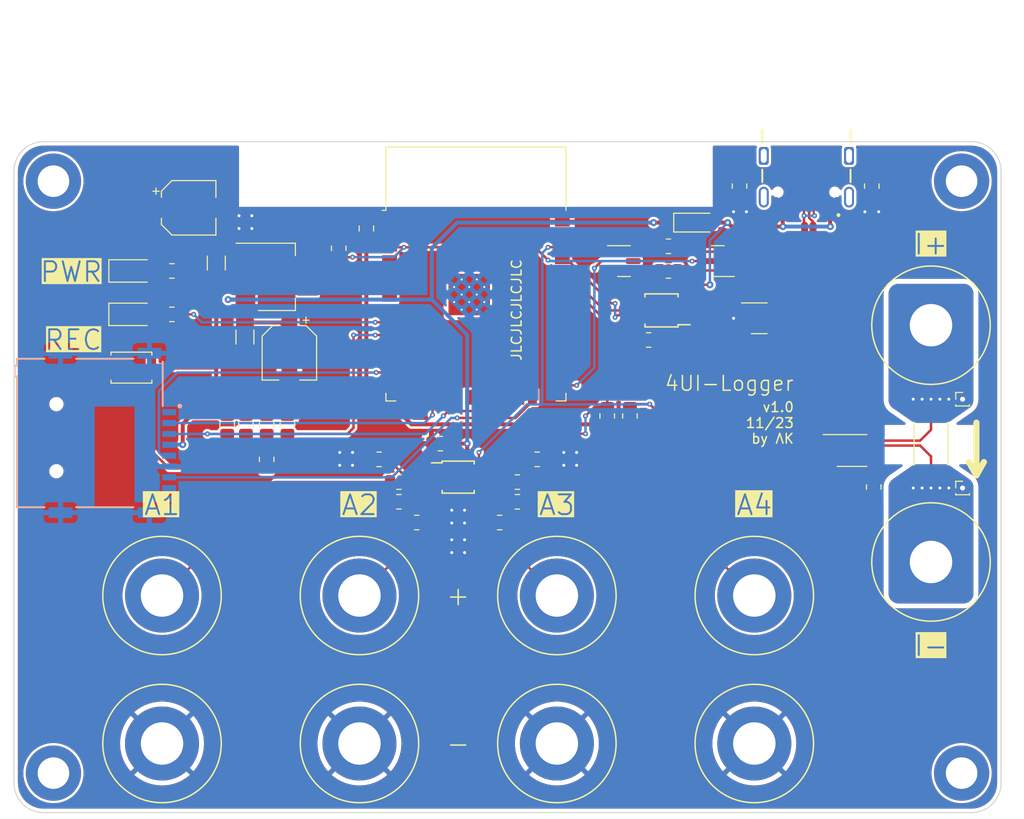
<source format=kicad_pcb>
(kicad_pcb (version 20221018) (generator pcbnew)
  (layers (0 "F.Cu" signal) (31 "B.Cu" signal) (34 "B.Paste" user) (35 "F.Paste" user) (36 "B.SilkS" user "B.Silkscreen") (37 "F.SilkS" user "F.Silkscreen") (38 "B.Mask" user) (39 "F.Mask" user) (44 "Edge.Cuts" user))
  (net 0 "")
  (net 1 "+3V3")
  (net 2 "GND")
  (net 3 "VDD")
  (net 4 "SDA")
  (net 5 "SCL")
  (net 6 "/VUSB")
  (net 7 "SCK")
  (net 8 "CS")
  (net 9 "D-")
  (net 10 "RX0")
  (net 11 "TX0")
  (net 12 "MOSI")
  (net 13 "MISO")
  (net 14 "Net-(AIN1-Pin_1)")
  (net 15 "Net-(AIN2-Pin_1)")
  (net 16 "Net-(AIN3-Pin_1)")
  (net 17 "AIN0")
  (net 18 "AIN1")
  (net 19 "AIN2")
  (net 20 "AIN3")
  (net 21 "Net-(AIN4-Pin_1)")
  (net 22 "/I+")
  (net 23 "/I-")
  (net 24 "EN")
  (net 27 "D+")
  (net 29 "Net-(Q1-B)")
  (net 30 "RTS")
  (net 31 "Net-(Q2-B)")
  (net 32 "DTR")
  (net 33 "ESP_IO0")
  (net 37 "BTTN")
  (net 38 "Net-(PWR1-A)")
  (net 39 "REC")
  (net 40 "Net-(WRITE1-A)")
  (net 41 "Net-(J2-SHELL_GND-PadSH1)")
  (net 43 "Net-(J2-CC2)")
  (net 44 "Net-(J2-CC1)")
  (net 46 "Net-(U3-V3)")
  (net 47 "Net-(R3-Pad1)")
  (net 71 "DP")
  (net 72 "DN")
  (footprint "Capacitor_SMD:CP_Elec_5x5.3" (layer "F.Cu") (at 70.3 73.4)
    (fp_text reference "C11" hide)
    (fp_text value "47uF")
  )
  (footprint "Resistor_SMD:R_0805_2012Metric" (layer "F.Cu") (at 91.6 103.2)
    (fp_text reference "R12" hide)
    (fp_text value "100k")
  )
  (footprint "MountingHole:MountingHole_3.2mm_M3_DIN965_Pad" (layer "F.Cu") (at 56.6 70.7)
    (fp_text reference "H1" hide)
    (fp_text value "M3_Pad")
  )
  (footprint "MountingHole:MountingHole_4.3mm_M4_DIN965_Pad" (layer "F.Cu") (at 107.6 127.7)
    (fp_text reference "GND3" hide)
    (fp_text value "Screw_Terminal_01x01")
  )
  (footprint "Resistor_SMD:R_0805_2012Metric" (layer "F.Cu") (at 116.9 86.8)
    (fp_text reference "C4" hide)
    (fp_text value "0.1u")
  )
  (footprint "Resistor_SMD:R_0805_2012Metric" (layer "F.Cu") (at 78.2 98.9 90)
    (fp_text reference "R3" hide)
    (fp_text value "1k")
  )
  (footprint "Package_TO_SOT_SMD:SOT-223-3_TabPin2" (layer "F.Cu") (at 79.2 80.4)
    (fp_text reference "U5" hide)
    (fp_text value "AMS1117")
  )
  (footprint "Package_TO_SOT_SMD:SOT-23-6" (layer "F.Cu") (at 128.1 84.6)
    (fp_text reference "U6" hide)
    (fp_text value "USBLC6-2SC6")
  )
  (footprint "MountingHole:MountingHole_4.3mm_M4_DIN965_Pad" (layer "F.Cu") (at 67.6 127.7)
    (fp_text reference "GND1" hide)
    (fp_text value "Screw_Terminal_01x01")
  )
  (footprint "MountingHole:MountingHole_4.3mm_M4_DIN965_Pad" (layer "F.Cu") (at 87.6 112.7)
    (fp_text reference "AIN2" hide)
    (fp_text value "Screw_Terminal_01x01")
  )
  (footprint "Capacitor_SMD:C_1206_3216Metric" (layer "F.Cu") (at 73.1 79 90)
    (fp_text reference "C10" hide)
    (fp_text value "1uF")
  )
  (footprint "Diode_SMD:Nexperia_CFP3_SOD-123W" (layer "F.Cu") (at 121.7 74.9)
    (fp_text reference "D1" hide)
    (fp_text value "D_Schottky")
  )
  (footprint "MountingHole:MountingHole_3.2mm_M3_DIN965_Pad" (layer "F.Cu") (at 148.6 130.7)
    (fp_text reference "H3" hide)
    (fp_text value "M3_Pad")
  )
  (footprint "Resistor_SMD:R_0805_2012Metric" (layer "F.Cu") (at 126.1 71.2 -90)
    (fp_text reference "R9" hide)
    (fp_text value "5.1k")
  )
  (footprint "MountingHole:MountingHole_4.3mm_M4_DIN965_Pad" (layer "F.Cu") (at 127.6 112.7)
    (fp_text reference "AIN4" hide)
    (fp_text value "Screw_Terminal_01x01")
  )
  (footprint "Resistor_SMD:R_0805_2012Metric" (layer "F.Cu") (at 78.2 95.4 -90)
    (fp_text reference "C5" hide)
    (fp_text value "0.1u")
  )
  (footprint "MountingHole:MountingHole_4.3mm_M4_DIN965_Pad" (layer "F.Cu") (at 107.6 112.7)
    (fp_text reference "AIN3" hide)
    (fp_text value "Screw_Terminal_01x01")
  )
  (footprint "Resistor_SMD:R_0805_2012Metric" (layer "F.Cu") (at 68.6 79.8 180)
    (fp_text reference "R2" hide)
    (fp_text value "10k")
  )
  (footprint "Resistor_SMD:R_0805_2012Metric" (layer "F.Cu") (at 76.1 95.4 -90)
    (fp_text reference "C7" hide)
    (fp_text value "0.1u")
  )
  (footprint "Resistor_SMD:R_0805_2012Metric" (layer "F.Cu") (at 95.8 97.3 180)
    (fp_text reference "C1" hide)
    (fp_text value "0.1u")
  )
  (footprint "USB4105-GF-A:GCT_USB4105-GF-A" (layer "F.Cu") (at 132.8775 68.1375 180)
    (fp_text reference "J2" hide)
    (fp_text value "USB4105-GF-A")
  )
  (footprint "MountingHole:MountingHole_4.3mm_M4_DIN965_Pad" (layer "F.Cu") (at 145.5 85.3)
    (fp_text reference "I+1" hide)
    (fp_text value "Screw_Terminal_01x01")
  )
  (footprint "Resistor_SMD:R_0805_2012Metric" (layer "F.Cu") (at 101.8 105.3 180)
    (fp_text reference "R18" hide)
    (fp_text value "11.1k")
  )
  (footprint "LED_SMD:LED_1206_3216Metric" (layer "F.Cu") (at 64.5 84.2)
    (fp_text reference "WRITE1" hide)
    (fp_text value "LED")
  )
  (footprint "MountingHole:MountingHole_3.2mm_M3_DIN965_Pad" (layer "F.Cu") (at 56.6 130.7)
    (fp_text reference "H4" hide)
    (fp_text value "M3_Pad")
  )
  (footprint "MountingHole:MountingHole_4.3mm_M4_DIN965_Pad" (layer "F.Cu") (at 145.5 109.3)
    (fp_text reference "I-1" hide)
    (fp_text value "Screw_Terminal_01x01")
  )
  (footprint "Resistor_SMD:R_0805_2012Metric" (layer "F.Cu") (at 80.3 95.4 -90)
    (fp_text reference "R6" hide)
    (fp_text value "1k")
  )
  (footprint "Capacitor_SMD:CP_Elec_5x5.3" (layer "F.Cu") (at 80.5 88.1 -90)
    (fp_text reference "C8" hide)
    (fp_text value "47uF")
  )
  (footprint "Resistor_SMD:R_2512_6332Metric" (layer "F.Cu") (at 145.5 97.3 -90)
    (fp_text reference "R1" hide)
    (fp_text value "0.02")
  )
  (footprint "RF_Module:ESP32-WROOM-32" (layer "F.Cu") (at 99.4 83.1)
    (fp_text reference "U4" hide)
    (fp_text value "ESP32-WROOM-32")
  )
  (footprint "Resistor_SMD:R_0805_2012Metric" (layer "F.Cu") (at 91.6 101.2)
    (fp_text reference "R10" hide)
    (fp_text value "100k")
  )
  (footprint "Package_SO:TSSOP-10_3x3mm_P0.5mm" (layer "F.Cu") (at 97.6 100.7)
    (fp_text reference "U2" hide)
    (fp_text value "ADS1115IDGS")
  )
  (footprint "Resistor_SMD:R_0805_2012Metric" (layer "F.Cu") (at 118.9 79.8)
    (fp_text reference "R4" hide)
    (fp_text value "10k")
  )
  (footprint "MountingHole:MountingHole_4.3mm_M4_DIN965_Pad" (layer "F.Cu") (at 127.6 127.7)
    (fp_text reference "GND4" hide)
    (fp_text value "Screw_Terminal_01x01")
  )
  (footprint "MountingHole:MountingHole_4.3mm_M4_DIN965_Pad" (layer "F.Cu") (at 67.6 112.7)
    (fp_text reference "AIN1" hide)
    (fp_text value "Screw_Terminal_01x01")
  )
  (footprint "Resistor_SMD:R_0805_2012Metric" (layer "F.Cu") (at 115 94.5 90)
    (fp_text reference "R15" hide)
    (fp_text value "4.7k")
  )
  (footprint "Resistor_SMD:R_0805_2012Metric" (layer "F.Cu") (at 103.6 103.2 180)
    (fp_text reference "R17" hide)
    (fp_text value "100k")
  )
  (footprint "Resistor_SMD:R_0805_2012Metric" (layer "F.Cu") (at 105.6 98.9)
    (fp_text reference "R20" hide)
    (fp_text value "11.1k")
  )
  (footprint "Resistor_SMD:R_0805_2012Metric" (layer "F.Cu") (at 139.5 71.2 -90)
    (fp_text reference "R8" hide)
    (fp_text value "5.1k")
  )
  (footprint "Capacitor_SMD:C_0805_2012Metric" (layer "F.Cu") (at 88.3 75.5 90)
    (fp_text reference "C2" hide)
    (fp_text value "1uF")
  )
  (footprint "Resistor_SMD:R_0805_2012Metric" (layer "F.Cu") (at 103.6 101.2 180)
    (fp_text reference "R19" hide)
    (fp_text value "100k")
  )
  (footprint "Package_TO_SOT_SMD:SOT-23" (layer "F.Cu") (at 114.4 78.8)
    (fp_text reference "Q2" hide)
    (fp_text value "BC817")
  )
  (footprint "Resistor_SMD:R_0805_2012Metric" (layer "F.Cu") (at 118.9 77.3 180)
    (fp_text reference "R7" hide)
    (fp_text value "10k")
  )
  (footprint "Resistor_SMD:R_0805_2012Metric" (layer "F.Cu") (at 68.6 84.2 180)
    (fp_text reference "R5" hide)
    (fp_text value "10k")
  )
  (footprint "LED_SMD:LED_1206_3216Metric" (layer "F.Cu") (at 64.5 79.8)
    (fp_text reference "PWR1" hide)
    (fp_text value "LED")
  )
  (footprint "Resistor_SMD:R_0805_2012Metric" (layer "F.Cu") (at 74.2 95.4 -90)
    (fp_text reference "R16" hide)
    (fp_text value "10k")
  )
  (footprint "Button_Switch_SMD:SW_Push_SPST_NO_Alps_SKRK" (layer "F.Cu") (at 64.5 89.6)
    (fp_text reference "RST1" hide)
    (fp_text value "SW_Push")
  )
  (footprint "Capacitor_SMD:C_1206_3216Metric" (layer "F.Cu") (at 76 86.5 -90)
    (fp_text reference "C9" hide)
    (fp_text value "1uF")
  )
  (footprint "Package_SO:VSSOP-10_3x3mm_P0.5mm" (layer "F.Cu") (at 137.5 98)
    (fp_text reference "U1" hide)
    (fp_text value "~")
  )
  (footprint "Resistor_SMD:R_0805_2012Metric" (layer "F.Cu") (at 93.4 105.3)
    (fp_text reference "R13" hide)
    (fp_text value "11.1k")
  )
  (footprint "Resistor_SMD:R_0805_2012Metric" (layer "F.Cu") (at 139.7 101.7 -90)
    (fp_text reference "C3" hide)
    (fp_text value "0.1u")
  )
  (footprint "Connector_PinHeader_1.00mm:PinHeader_1x01_P1.00mm_Vertical" (layer "F.Cu") (at 148.7 92.8)
    (fp_text reference "J3" hide)
    (fp_text value "Conn_01x01_Pin")
  )
  (footprint "Package_TO_SOT_SMD:SOT-23" (layer "F.Cu") (at 123.9 78.8 180)
    (fp_text reference "Q1" hide)
    (fp_text value "BC817")
  )
  (footprint "Connector_PinHeader_1.00mm:PinHeader_1x01_P1.00mm_Vertical" (layer "F.Cu") (at 148.7 101.8)
    (fp_text reference "J4" hide)
    (fp_text value "Conn_01x01_Pin")
  )
  (footprint "Resistor_SMD:R_0805_2012Metric" (layer "F.Cu") (at 85.5 77.5 90)
    (fp_text reference "C6" hide)
    (fp_text value "0.1u")
  )
  (footprint "Resistor_SMD:R_0805_2012Metric" (layer "F.Cu") (at 112.7 94.5 90)
    (fp_text reference "R14" hide)
    (fp_text value "4.7k")
  )
  (footprint "Resistor_SMD:R_0805_2012Metric" (layer "F.Cu") (at 89.6 98.9 180)
    (fp_text reference "R11" hide)
    (fp_text value "11.1k")
  )
  (footprint "Package_SO:MSOP-10_3x3mm_P0.5mm" (layer "F.Cu") (at 118.2 83.8 180)
    (fp_text reference "U3" hide)
    (fp_text value "CH340X")
  )
  (footprint "MountingHole:MountingHole_3.2mm_M3_DIN965_Pad" (layer "F.Cu") (at 148.6 70.7)
    (fp_text reference "H2" hide)
    (fp_text value "M3_Pad")
  )
  (footprint "MountingHole:MountingHole_4.3mm_M4_DIN965_Pad" (layer "F.Cu") (at 87.6 127.7)
    (fp_text reference "GND2" hide)
    (fp_text value "Screw_Terminal_01x01")
  )
  (footprint "MEM2075_00_140_01_A:GCT_MEM2075-00-140-01-A" (layer "B.Cu") (at 56.9 96.7 90)
    (fp_text reference "J1" hide)
    (fp_text value "MEM2075-00-140-01-A")
  )
  (gr_circle (center 87.6 127.7) (end 93.6 127.7) (stroke (width 0.15)) (fill none) (layer "F.SilkS"))
  (gr_circle (center 67.6 127.7) (end 73.6 127.7) (stroke (width 0.15)) (fill none) (layer "F.SilkS"))
  (gr_circle (center 145.5 85.3) (end 151.5 85.3) (stroke (width 0.15)) (fill none) (layer "F.SilkS"))
  (gr_circle (center 145.5 109.3) (end 151.5 109.3) (stroke (width 0.15)) (fill none) (layer "F.SilkS"))
  (gr_circle (center 87.6 112.7) (end 93.6 112.7) (stroke (width 0.15)) (fill none) (layer "F.SilkS"))
  (gr_circle (center 107.6 127.7) (end 113.6 127.7) (stroke (width 0.15)) (fill none) (layer "F.SilkS"))
  (gr_circle (center 127.6 127.7) (end 133.6 127.7) (stroke (width 0.15)) (fill none) (layer "F.SilkS"))
  (gr_circle (center 107.6 112.7) (end 113.6 112.7) (stroke (width 0.15)) (fill none) (layer "F.SilkS"))
  (gr_circle (center 127.6 112.7) (end 133.6 112.7) (stroke (width 0.15)) (fill none) (layer "F.SilkS"))
  (gr_circle (center 67.6 112.7) (end 73.6 112.7) (stroke (width 0.15)) (fill none) (layer "F.SilkS"))
  (gr_line (start 152.6 69.7) (end 152.6 131.7) (stroke (width 0.1)) (layer "Edge.Cuts"))
  (gr_line (start 55.6 66.7) (end 149.6 66.7) (stroke (width 0.1)) (layer "Edge.Cuts"))
  (gr_arc (start 52.6 69.7) (mid 53.47868 67.57868) (end 55.6 66.7) (stroke (width 0.1)) (layer "Edge.Cuts"))
  (gr_arc (start 149.6 66.7) (mid 151.72132 67.57868) (end 152.6 69.7) (stroke (width 0.1)) (layer "Edge.Cuts"))
  (gr_line (start 52.6 131.7) (end 52.6 69.7) (stroke (width 0.1)) (layer "Edge.Cuts"))
  (gr_arc (start 55.6 134.7) (mid 53.47868 133.82132) (end 52.6 131.7) (stroke (width 0.1)) (layer "Edge.Cuts"))
  (gr_line (start 149.6 134.7) (end 55.6 134.7) (stroke (width 0.1)) (layer "Edge.Cuts"))
  (gr_arc (start 152.6 131.7) (mid 151.72132 133.82132) (end 149.6 134.7) (stroke (width 0.1)) (layer "Edge.Cuts"))
  (gr_text "REC\n" (at 58.6 86.8) (layer "F.SilkS" knockout) (effects (font (size 2 2) (thickness 0.2))))
  (gr_text "v1.0\n11/23" (at 131.7 94.41) (layer "F.SilkS") (effects (font (size 1 1)) (justify right)))
  (gr_text "↓" (at 147.21 97.3) (layer "F.SilkS") (effects (font (size 7 4) (thickness 0.625)) (justify left)))
  (gr_text "by ΛΚ" (at 131.7 96.8) (layer "F.SilkS") (effects (font (size 1 1)) (justify right)))
  (gr_text "A3\n" (at 107.6 104.7) (layer "F.SilkS" knockout) (effects (font (size 2 2) (thickness 0.2)) (justify bottom)))
  (gr_text "A1" (at 67.6 104.7) (layer "F.SilkS" knockout) (effects (font (size 2 2) (thickness 0.2)) (justify bottom)))
  (gr_text "+" (at 97.6 112.7) (layer "F.SilkS") (effects (font (size 2 2))))
  (gr_text "A4\n" (at 127.6 104.7) (layer "F.SilkS" knockout) (effects (font (size 2 2) (thickness 0.2)) (justify bottom)))
  (gr_text "I-\n\n" (at 145.5 122.2) (layer "F.SilkS" knockout) (effects (font (size 2 2) (thickness 0.2)) (justify bottom)))
  (gr_text "4UI-Logger" (at 131.7 91.2) (layer "F.SilkS") (effects (font (size 1.5 1.5)) (justify right)))
  (gr_text "PWR\n" (at 58.4 79.9) (layer "F.SilkS" knockout) (effects (font (size 2 2) (thickness 0.2))))
  (gr_text "A2" (at 87.6 104.7) (layer "F.SilkS" knockout) (effects (font (size 2 2) (thickness 0.2)) (justify bottom)))
  (gr_text "I+\n\n" (at 145.5 81.5) (layer "F.SilkS" knockout) (effects (font (size 2 2) (thickness 0.2)) (justify bottom)))
  (gr_text "-\n" (at 97.6 127.7) (layer "F.SilkS") (effects (font (size 2 2))))
  (gr_text "JLCJLCJLCJLC" (at 104.1 89 90) (layer "F.SilkS") (effects (font (size 1 1)) (justify left bottom)))
  (segment (start 74.2 94.4875) (end 73.1 94.4875) (width 0.4) (layer "F.Cu") (net 1))
  (segment (start 69.7 95.3) (end 69.7 97.4) (width 0.4) (layer "F.Cu") (net 1))
  (segment (start 92.874314 95.35) (end 116.85 95.35) (width 0.4) (layer "F.Cu") (net 1))
  (segment (start 73.1 80.475) (end 73.1 86.1875) (width 0.4) (layer "F.Cu") (net 1))
  (segment (start 116.85 95.35) (end 122.2875 100.7875) (width 0.4) (layer "F.Cu") (net 1))
  (segment (start 74.2 94.4875) (end 76.1 94.4875) (width 0.4) (layer "F.Cu") (net 1))
  (segment (start 69.5125 79.8) (end 72.425 79.8) (width 0.4) (layer "F.Cu") (net 1))
  (segment (start 73.175 80.4) (end 73.1 80.475) (width 0.4) (layer "F.Cu") (net 1))
  (segment (start 78.2 94.4875) (end 76.1 94.4875) (width 0.4) (layer "F.Cu") (net 1))
  (segment (start 73.0875 89) (end 73.0875 89.6) (width 0.4) (layer "F.Cu") (net 1))
  (segment (start 66.6 89.6) (end 73.0875 89.6) (width 0.4) (layer "F.Cu") (net 1))
  (segment (start 73.0875 89.6) (end 73.0875 94.475) (width 0.4) (layer "F.Cu") (net 1))
  (segment (start 90.32 76.45) (end 90.65 76.12) (width 0.4) (layer "F.Cu") (net 1))
  (segment (start 72.425 79.8) (end 73.1 80.475) (width 0.4) (layer "F.Cu") (net 1))
  (segment (start 122.2875 100.7875) (end 139.7 100.7875) (width 0.4) (layer "F.Cu") (net 1))
  (segment (start 73.7875 94.7) (end 73.8 94.6875) (width 0.4) (layer "F.Cu") (net 1))
  (segment (start 88.3 76.45) (end 90.32 76.45) (width 0.4) (layer "F.Cu") (net 1))
  (segment (start 88.3 80.4) (end 88.3 90.775686) (width 0.4) (layer "F.Cu") (net 1))
  (segment (start 76.05 80.4) (end 82.35 80.4) (width 0.4) (layer "F.Cu") (net 1))
  (segment (start 73.1 86.1875) (end 73.0875 86.2) (width 0.4) (layer "F.Cu") (net 1))
  (segment (start 139.7 100.7875) (end 139.7 99.05) (width 0.4) (layer "F.Cu") (net 1))
  (segment (start 73.0875 94.475) (end 73.1 94.4875) (width 0.4) (layer "F.Cu") (net 1))
  (segment (start 69.5125 79.8) (end 69.5125 74.8125) (width 0.4) (layer "F.Cu") (net 1))
  (segment (start 73.1 94.4875) (end 70.5125 94.4875) (width 0.4) (layer "F.Cu") (net 1))
  (segment (start 82.35 80.4) (end 88.3 80.4) (width 0.4) (layer "F.Cu") (net 1))
  (segment (start 73.0875 86.2) (end 73.0875 89) (width 0.4) (layer "F.Cu") (net 1))
  (segment (start 88.3 90.775686) (end 92.874314 95.35) (width 0.4) (layer "F.Cu") (net 1))
  (segment (start 69.5125 74.8125) (end 68.1 73.4) (width 0.4) (layer "F.Cu") (net 1))
  (segment (start 88.3 76.45) (end 88.3 80.4) (width 0.4) (layer "F.Cu") (net 1))
  (segment (start 76.05 80.4) (end 73.175 80.4) (width 0.4) (layer "F.Cu") (net 1))
  (segment (start 70.5125 94.4875) (end 69.7 95.3) (width 0.4) (layer "F.Cu") (net 1))
  (via (at 69.7 97.4) (size 0.7) (drill 0.3) (layers "F.Cu" "B.Cu") (net 1))
  (segment (start 68.34 97.4) (end 68.32 97.42) (width 0.4) (layer "B.Cu") (net 1))
  (segment (start 69.7 97.4) (end 68.34 97.4) (width 0.4) (layer "B.Cu") (net 1))
  (segment (start 136.9 97.5) (end 137.9 98.5) (width 0.25) (layer "F.Cu") (net 2))
  (segment (start 126.9625 84.6) (end 125.5 84.6) (width 0.4) (layer "F.Cu") (net 2))
  (segment (start 117.8125 84.7875) (end 117.8125 86.8) (width 0.25) (layer "F.Cu") (net 2))
  (segment (start 120.4 83.8) (end 118.8 83.8) (width 0.25) (layer "F.Cu") (net 2))
  (segment (start 94.75 100.7) (end 95.45 100.7) (width 0.25) (layer "F.Cu") (net 2))
  (segment (start 135.3 97.5) (end 136.9 97.5) (width 0.25) (layer "F.Cu") (net 2))
  (segment (start 137.9 98.5) (end 139.7 98.5) (width 0.25) (layer "F.Cu") (net 2))
  (segment (start 118.8 83.8) (end 117.8125 84.7875) (width 0.25) (layer "F.Cu") (net 2))
  (segment (start 94.8875 97.3) (end 94.575 97.6125) (width 0.25) (layer "F.Cu") (net 2))
  (via (at 108.3 99.5) (size 0.7) (drill 0.3) (layers "F.Cu" "B.Cu") (net 2))
  (via (at 76.7 75.5) (size 0.7) (drill 0.3) (layers "F.Cu" "B.Cu") (net 2))
  (via locked (at 98.25 104.05) (size 0.7) (drill 0.3) (layers "F.Cu" "B.Cu") (net 2))
  (via (at 86.9 99.5) (size 0.7) (drill 0.3) (layers "F.Cu" "B.Cu") (net 2))
  (via locked (at 96.95 104.05) (size 0.7) (drill 0.3) (layers "F.Cu" "B.Cu") (net 2))
  (via (at 96.95 107.05) (size 0.7) (drill 0.3) (layers "F.Cu" "B.Cu") (net 2))
  (via (at 76.7 74.2) (size 0.7) (drill 0.3) (layers "F.Cu" "B.Cu") (net 2))
  (via (at 75.4 75.5) (size 0.7) (drill 0.3) (layers "F.Cu" "B.Cu") (net 2))
  (via (at 109.6 99.5) (size 0.7) (drill 0.3) (layers "F.Cu" "B.Cu") (net 2))
  (via (at 125.5 84.6) (size 0.7) (drill 0.3) (layers "F.Cu" "B.Cu") (net 2))
  (via (at 98.25 108.35) (size 0.7) (drill 0.3) (layers "F.Cu" "B.Cu") (net 2))
  (via (at 109.6 98.2) (size 0.7) (drill 0.3) (layers "F.Cu" "B.Cu") (net 2))
  (via (at 126.8 73.8) (size 0.7) (drill 0.3) (layers "F.Cu" "B.Cu") (net 2))
  (via (at 140.2 73.8) (size 0.7) (drill 0.3) (layers "F.Cu" "B.Cu") (net 2))
  (via (at 108.3 98.2) (size 0.7) (drill 0.3) (layers "F.Cu" "B.Cu") (net 2))
  (via (at 96.95 108.35) (size 0.7) (drill 0.3) (layers "F.Cu" "B.Cu") (net 2))
  (via locked (at 98.25 105.35) (size 0.7) (drill 0.3) (layers "F.Cu" "B.Cu") (net 2))
  (via (at 98.25 107.05) (size 0.7) (drill 0.3) (layers "F.Cu" "B.Cu") (net 2))
  (via (at 138.8 73.8) (size 0.7) (drill 0.3) (layers "F.Cu" "B.Cu") (net 2))
  (via (at 125.5 73.8) (size 0.7) (drill 0.3) (layers "F.Cu" "B.Cu") (net 2))
  (via (at 86.9 98.2) (size 0.7) (drill 0.3) (layers "F.Cu" "B.Cu") (net 2))
  (via (at 75.4 74.2) (size 0.7) (drill 0.3) (layers "F.Cu" "B.Cu") (net 2))
  (via (at 85.6 98.2) (size 0.7) (drill 0.3) (layers "F.Cu" "B.Cu") (net 2))
  (via locked (at 96.95 105.35) (size 0.7) (drill 0.3) (layers "F.Cu" "B.Cu") (net 2))
  (via (at 85.6 99.5) (size 0.7) (drill 0.3) (layers "F.Cu" "B.Cu") (net 2))
  (segment (start 74.3 82.7) (end 76.05 82.7) (width 0.4) (layer "F.Cu") (net 3))
  (segment (start 76.05 82.7) (end 76.05 84.975) (width 0.4) (layer "F.Cu") (net 3))
  (segment (start 98.5125 97.3) (end 98.5125 100.5125) (width 0.4) (layer "F.Cu") (net 3))
  (segment (start 76.05 84.975) (end 76 85.025) (width 0.4) (layer "F.Cu") (net 3))
  (segment (start 76.125 82.775) (end 76.05 82.7) (width 0.4) (layer "F.Cu") (net 3))
  (segment (start 98.5125 100.5125) (end 98.7 100.7) (width 0.4) (layer "F.Cu") (net 3))
  (segment (start 76 85.025) (end 79.625 85.025) (width 0.4) (layer "F.Cu") (net 3))
  (segment (start 98.5125 97.3) (end 96.7125 97.3) (width 0.4) (layer "F.Cu") (net 3))
  (segment (start 99.75 100.7) (end 98.7 100.7) (width 0.25) (layer "F.Cu") (net 3))
  (segment (start 120.3 74.9) (end 117.4 74.9) (width 0.4) (layer "F.Cu") (net 3))
  (segment (start 79.625 85.025) (end 80.5 85.9) (width 0.4) (layer "F.Cu") (net 3))
  (via (at 98.5125 97.3) (size 0.7) (drill 0.3) (layers "F.Cu" "B.Cu") (net 3))
  (via (at 74.3 82.7) (size 0.7) (drill 0.3) (layers "F.Cu" "B.Cu") (net 3))
  (via (at 117.4 74.9) (size 0.7) (drill 0.3) (layers "F.Cu" "B.Cu") (net 3))
  (segment (start 97.5 74.9) (end 94.934164 77.465836) (width 0.4) (layer "B.Cu") (net 3))
  (segment (start 98.5125 97.3) (end 98.5125 86.278336) (width 0.4) (layer "B.Cu") (net 3))
  (segment (start 94.934164 77.465836) (end 94.934164 82.7) (width 0.4) (layer "B.Cu") (net 3))
  (segment (start 98.5125 86.278336) (end 94.934164 82.7) (width 0.4) (layer "B.Cu") (net 3))
  (segment (start 117.4 74.9) (end 97.5 74.9) (width 0.4) (layer "B.Cu") (net 3))
  (segment (start 94.934164 82.7) (end 74.3 82.7) (width 0.4) (layer "B.Cu") (net 3))
  (segment (start 100.38462 100.2) (end 99.75 100.2) (width 0.25) (layer "F.Cu") (net 4))
  (segment (start 104.28462 96.3) (end 100.38462 100.2) (width 0.25) (layer "F.Cu") (net 4))
  (segment (start 112.7 92.6) (end 112.7 85) (width 0.25) (layer "F.Cu") (net 4))
  (segment (start 135.3 98.5) (end 123.1 98.5) (width 0.25) (layer "F.Cu") (net 4))
  (segment (start 112.7 85) (end 108.9 81.2) (width 0.25) (layer "F.Cu") (net 4))
  (segment (start 110.5 96.3) (end 104.28462 96.3) (width 0.25) (layer "F.Cu") (net 4))
  (segment (start 111.4125 93.5875) (end 110.5 94.5) (width 0.25) (layer "F.Cu") (net 4))
  (segment (start 123.1 98.5) (end 117.2 92.6) (width 0.25) (layer "F.Cu") (net 4))
  (segment (start 112.7 93.5875) (end 111.4125 93.5875) (width 0.25) (layer "F.Cu") (net 4))
  (segment (start 108.9 81.2) (end 108.15 81.2) (width 0.25) (layer "F.Cu") (net 4))
  (segment (start 117.2 92.6) (end 112.7 92.6) (width 0.25) (layer "F.Cu") (net 4))
  (segment (start 112.7 93.5875) (end 112.7 92.6) (width 0.25) (layer "F.Cu") (net 4))
  (via (at 110.5 96.3) (size 0.5) (drill 0.2) (layers "F.Cu" "B.Cu") (net 4))
  (via (at 110.5 94.5) (size 0.5) (drill 0.2) (layers "F.Cu" "B.Cu") (net 4))
  (segment (start 110.5 94.5) (end 110.5 96.3) (width 0.25) (layer "B.Cu") (net 4))
  (segment (start 106.71 77.39) (end 106.7 77.4) (width 0.25) (layer "F.Cu") (net 5))
  (segment (start 117 93.3) (end 115.2875 93.3) (width 0.25) (layer "F.Cu") (net 5))
  (segment (start 122.7 99) (end 135.3 99) (width 0.25) (layer "F.Cu") (net 5))
  (segment (start 99.7 98.2) (end 99.7 99.65) (width 0.25) (layer "F.Cu") (net 5))
  (segment (start 115.2875 93.3) (end 115 93.5875) (width 0.25) (layer "F.Cu") (net 5))
  (segment (start 99.7 99.65) (end 99.75 99.7) (width 0.25) (layer "F.Cu") (net 5))
  (segment (start 117 93.3) (end 122.7 99) (width 0.25) (layer "F.Cu") (net 5))
  (segment (start 108.15 77.39) (end 106.71 77.39) (width 0.25) (layer "F.Cu") (net 5))
  (via (at 99.7 98.2) (size 0.5) (drill 0.2) (layers "F.Cu" "B.Cu") (net 5))
  (via (at 106.7 77.4) (size 0.5) (drill 0.2) (layers "F.Cu" "B.Cu") (net 5))
  (via (at 117 93.3) (size 0.5) (drill 0.2) (layers "F.Cu" "B.Cu") (net 5))
  (segment (start 106 93.3245) (end 104.5755 93.3245) (width 0.25) (layer "B.Cu") (net 5))
  (segment (start 104.5755 93.3245) (end 99.7 98.2) (width 0.25) (layer "B.Cu") (net 5))
  (segment (start 106.125 77.975) (end 106.125 93.3245) (width 0.25) (layer "B.Cu") (net 5))
  (segment (start 117 93.3) (end 116.9755 93.3245) (width 0.25) (layer "B.Cu") (net 5))
  (segment (start 116.9755 93.3245) (end 106 93.3245) (width 0.25) (layer "B.Cu") (net 5))
  (segment (start 106.125 93.3245) (end 106 93.3245) (width 0.25) (layer "B.Cu") (net 5))
  (segment (start 106.7 77.4) (end 106.125 77.975) (width 0.25) (layer "B.Cu") (net 5))
  (segment (start 129.2375 84.6) (end 128.575 84.6) (width 0.4) (layer "F.Cu") (net 6))
  (segment (start 130.5 75.3) (end 128.1 75.3) (width 0.4) (layer "F.Cu") (net 6))
  (segment (start 130.4775 72.8925) (end 130.4775 75.2775) (width 0.4) (layer "F.Cu") (net 6))
  (segment (start 125.3 75.3) (end 124.9 74.9) (width 0.4) (layer "F.Cu") (net 6))
  (segment (start 116.80962 83.3) (end 118.90962 81.2) (width 0.25) (layer "F.Cu") (net 6))
  (segment (start 116 83.3) (end 116.80962 83.3) (width 0.25) (layer "F.Cu") (net 6))
  (segment (start 128.1 84.125) (end 128.1 75.3) (width 0.4) (layer "F.Cu") (net 6))
  (segment (start 135.2775 75.2775) (end 135.2775 72.8925) (width 0.4) (layer "F.Cu") (net 6))
  (segment (start 135.3 75.3) (end 135.2775 75.2775) (width 0.4) (layer "F.Cu") (net 6))
  (segment (start 128.1 75.3) (end 125.3 75.3) (width 0.4) (layer "F.Cu") (net 6))
  (segment (start 128.575 84.6) (end 128.1 84.125) (width 0.4) (layer "F.Cu") (net 6))
  (segment (start 130.4775 75.2775) (end 130.5 75.3) (width 0.4) (layer "F.Cu") (net 6))
  (segment (start 124.9 74.9) (end 123.1 74.9) (width 0.4) (layer "F.Cu") (net 6))
  (segment (start 118.90962 81.2) (end 123.1 81.2) (width 0.25) (layer "F.Cu") (net 6))
  (via (at 124.9 74.9) (size 0.7) (drill 0.3) (layers "F.Cu" "B.Cu") (net 6))
  (via (at 135.3 75.3) (size 0.7) (drill 0.3) (layers "F.Cu" "B.Cu") (net 6))
  (via (at 130.5 75.3) (size 0.7) (drill 0.3) (layers "F.Cu" "B.Cu") (net 6))
  (via (at 123.1 81.2) (size 0.7) (drill 0.3) (layers "F.Cu" "B.Cu") (net 6))
  (segment (start 135.3 75.3) (end 130.5 75.3) (width 0.4) (layer "B.Cu") (net 6))
  (segment (start 123.1 81.2) (end 123.1 76.7) (width 0.25) (layer "B.Cu") (net 6))
  (segment (start 123.1 76.7) (end 124.9 74.9) (width 0.25) (layer "B.Cu") (net 6))
  (segment (start 89.31 90.09) (end 89.3 90.1) (width 0.25) (layer "F.Cu") (net 7))
  (segment (start 90.65 90.09) (end 89.31 90.09) (width 0.25) (layer "F.Cu") (net 7))
  (via (at 89.3 90.1) (size 0.5) (drill 0.2) (layers "F.Cu" "B.Cu") (net 7))
  (segment (start 89.3 90.1) (end 69.15 90.1) (width 0.25) (layer "B.Cu") (net 7))
  (segment (start 69.15 90.1) (end 67.295 91.955) (width 0.25) (layer "B.Cu") (net 7))
  (segment (start 67.295 98.195) (end 67.62 98.52) (width 0.25) (layer "B.Cu") (net 7))
  (segment (start 67.62 98.52) (end 68.32 98.52) (width 0.25) (layer "B.Cu") (net 7))
  (segment (start 67.295 91.955) (end 67.295 98.195) (width 0.25) (layer "B.Cu") (net 7))
  (segment (start 95 94.4) (end 95 92.65) (width 0.25) (layer "F.Cu") (net 8))
  (segment (start 95 92.65) (end 94.96 92.61) (width 0.25) (layer "F.Cu") (net 8))
  (via (at 95 94.4) (size 0.5) (drill 0.2) (layers "F.Cu" "B.Cu") (net 8))
  (segment (start 94.18 95.22) (end 95 94.4) (width 0.25) (layer "B.Cu") (net 8))
  (segment (start 68.32 95.22) (end 94.18 95.22) (width 0.25) (layer "B.Cu") (net 8))
  (segment (start 123.354594 84.3) (end 121.9 84.3) (width 0.7) (layer "F.Cu") (net 9))
  (segment (start 124.004594 83.65) (end 123.354594 84.3) (width 0.7) (layer "F.Cu") (net 9))
  (segment (start 126.9625 83.65) (end 124.004594 83.65) (width 0.7) (layer "F.Cu") (net 9))
  (segment (start 120.4 84.3) (end 121.9 84.3) (width 0.25) (layer "F.Cu") (net 9))
  (segment (start 116 83.8) (end 112.40962 83.8) (width 0.25) (layer "F.Cu") (net 10))
  (segment (start 112.40962 83.8) (end 108.53962 79.93) (width 0.25) (layer "F.Cu") (net 10))
  (segment (start 108.53962 79.93) (end 108.15 79.93) (width 0.25) (layer "F.Cu") (net 10))
  (segment (start 113.5 83.0755) (end 113.0955 83.0755) (width 0.25) (layer "F.Cu") (net 11))
  (segment (start 113.0955 83.0755) (end 108.68 78.66) (width 0.25) (layer "F.Cu") (net 11))
  (segment (start 113.7245 84.3) (end 116 84.3) (width 0.25) (layer "F.Cu") (net 11))
  (segment (start 108.68 78.66) (end 108.15 78.66) (width 0.25) (layer "F.Cu") (net 11))
  (segment (start 113.5 84.5245) (end 113.7245 84.3) (width 0.25) (layer "F.Cu") (net 11))
  (via (at 113.5 84.5) (size 0.5) (drill 0.2) (layers "F.Cu" "B.Cu") (net 11))
  (via (at 113.5 83.1) (size 0.5) (drill 0.2) (layers "F.Cu" "B.Cu") (net 11))
  (segment (start 113.5 84.5) (end 113.5 83.1) (width 0.25) (layer "B.Cu") (net 11))
  (segment (start 113.5 83.1) (end 113.5 83.0755) (width 0.25) (layer "B.Cu") (net 11))
  (segment (start 113.5 84.5245) (end 113.5 84.5) (width 0.25) (layer "B.Cu") (net 11))
  (segment (start 103.85 93.36) (end 103.85 92.61) (width 0.25) (layer "F.Cu") (net 12))
  (segment (start 73.8925 96.32) (end 73.9 96.3125) (width 0.25) (layer "F.Cu") (net 12))
  (segment (start 96.6 94) (end 103.21 94) (width 0.25) (layer "F.Cu") (net 12))
  (segment (start 72.2 96.32) (end 73.8925 96.32) (width 0.25) (layer "F.Cu") (net 12))
  (segment (start 96.1 94.5) (end 96.6 94) (width 0.25) (layer "F.Cu") (net 12))
  (segment (start 103.21 94) (end 103.85 93.36) (width 0.25) (layer "F.Cu") (net 12))
  (via (at 96.1 94.5) (size 0.5) (drill 0.2) (layers "F.Cu" "B.Cu") (net 12))
  (via (at 72.2 96.32) (size 0.5) (drill 0.2) (layers "F.Cu" "B.Cu") (net 12))
  (segment (start 77.2 96.32) (end 72.2 96.32) (width 0.25) (layer "B.Cu") (net 12))
  (segment (start 94.28 96.32) (end 77.2 96.32) (width 0.25) (layer "B.Cu") (net 12))
  (segment (start 96.1 94.5) (end 94.28 96.32) (width 0.25) (layer "B.Cu") (net 12))
  (segment (start 71 96.32) (end 68.32 96.32) (width 0.25) (layer "B.Cu") (net 12))
  (segment (start 72.2 96.32) (end 71 96.32) (width 0.25) (layer "B.Cu") (net 12))
  (segment (start 103.41962 94.7) (end 105.12 92.99962) (width 0.25) (layer "F.Cu") (net 13))
  (segment (start 97.5 94.7) (end 103.41962 94.7) (width 0.25) (layer "F.Cu") (net 13))
  (segment (start 105.12 92.99962) (end 105.12 92.61) (width 0.25) (layer "F.Cu") (net 13))
  (via (at 97.5 94.7) (size 0.5) (drill 0.2) (layers "F.Cu" "B.Cu") (net 13))
  (segment (start 97.5 94.7) (end 96.9 94.7) (width 0.25) (layer "B.Cu") (net 13))
  (segment (start 90.88 100.72) (end 68.32 100.72) (width 0.25) (layer "B.Cu") (net 13))
  (segment (start 96.9 94.7) (end 90.88 100.72) (width 0.25) (layer "B.Cu") (net 13))
  (segment (start 90.6875 101.2) (end 79.1 101.2) (width 0.25) (layer "F.Cu") (net 14))
  (segment (start 79.1 101.2) (end 67.6 112.7) (width 0.25) (layer "F.Cu") (net 14))
  (segment (start 90.6875 109.6125) (end 90.6875 103.2) (width 0.25) (layer "F.Cu") (net 15))
  (segment (start 87.6 112.7) (end 90.6875 109.6125) (width 0.25) (layer "F.Cu") (net 15))
  (segment (start 104.5125 109.6125) (end 107.6 112.7) (width 0.25) (layer "F.Cu") (net 16))
  (segment (start 104.5125 103.2) (end 104.5125 109.6125) (width 0.25) (layer "F.Cu") (net 16))
  (segment (start 95.45 101.2) (end 92.5125 101.2) (width 0.25) (layer "F.Cu") (net 17))
  (segment (start 92.5125 100.9) (end 90.5125 98.9) (width 0.25) (layer "F.Cu") (net 17))
  (segment (start 92.5125 101.2) (end 92.5125 100.9) (width 0.25) (layer "F.Cu") (net 17))
  (segment (start 95.45 101.7) (end 94.0125 101.7) (width 0.25) (layer "F.Cu") (net 18))
  (segment (start 92.4875 103.225) (end 92.5125 103.2) (width 0.25) (layer "F.Cu") (net 18))
  (segment (start 92.4875 105.3) (end 92.4875 103.225) (width 0.25) (layer "F.Cu") (net 18))
  (segment (start 94.0125 101.7) (end 92.5125 103.2) (width 0.25) (layer "F.Cu") (net 18))
  (segment (start 99.75 101.7) (end 101.1875 101.7) (width 0.25) (layer "F.Cu") (net 19))
  (segment (start 102.6875 105.275) (end 102.7125 105.3) (width 0.25) (layer "F.Cu") (net 19))
  (segment (start 102.6875 103.2) (end 102.6875 105.275) (width 0.25) (layer "F.Cu") (net 19))
  (segment (start 101.1875 101.7) (end 102.6875 103.2) (width 0.25) (layer "F.Cu") (net 19))
  (segment (start 102.6875 101.2) (end 102.6875 100.9) (width 0.25) (layer "F.Cu") (net 20))
  (segment (start 99.75 101.2) (end 102.6875 101.2) (width 0.25) (layer "F.Cu") (net 20))
  (segment (start 102.6875 100.9) (end 104.6875 98.9) (width 0.25) (layer "F.Cu") (net 20))
  (segment (start 104.5125 101.2) (end 116.1 101.2) (width 0.25) (layer "F.Cu") (net 21))
  (segment (start 116.1 101.2) (end 127.6 112.7) (width 0.25) (layer "F.Cu") (net 21))
  (segment (start 139.7 98) (end 138.909314 98) (width 0.25) (layer "F.Cu") (net 22))
  (segment (start 138.65 97.259314) (end 138.909314 97) (width 0.25) (layer "F.Cu") (net 22))
  (segment (start 139.7 97) (end 144.4 97) (width 0.25) (layer "F.Cu") (net 22))
  (segment (start 145.5 95.9) (end 145.5 94.3375) (width 0.25) (layer "F.Cu") (net 22))
  (segment (start 138.65 97.740686) (end 138.65 97.259314) (width 0.25) (layer "F.Cu") (net 22))
  (segment (start 144.4 97) (end 145.5 95.9) (width 0.25) (layer "F.Cu") (net 22))
  (segment (start 138.909314 97) (end 139.7 97) (width 0.25) (layer "F.Cu") (net 22))
  (segment (start 138.909314 98) (end 138.65 97.740686) (width 0.25) (layer "F.Cu") (net 22))
  (via (at 147.3 92.8) (size 0.7) (drill 0.3) (layers "F.Cu" "B.Cu") (net 22))
  (via (at 146.4 92.8) (size 0.7) (drill 0.3) (layers "F.Cu" "B.Cu") (net 22))
  (via (at 143.7 92.8) (size 0.7) (drill 0.3) (layers "F.Cu" "B.Cu") (net 22))
  (via (at 144.6 92.8) (size 0.7) (drill 0.3) (layers "F.Cu" "B.Cu") (net 22))
  (via (at 145.5 92.8) (size 0.7) (drill 0.3) (layers "F.Cu" "B.Cu") (net 22))
  (segment (start 139.7 97.5) (end 144.4 97.5) (width 0.25) (layer "F.Cu") (net 23))
  (segment (start 145.5 98.6) (end 145.5 100.2625) (width 0.25) (layer "F.Cu") (net 23))
  (segment (start 144.4 97.5) (end 145.5 98.6) (width 0.25) (layer "F.Cu") (net 23))
  (via (at 146.4 101.8) (size 0.7) (drill 0.3) (layers "F.Cu" "B.Cu") (net 23))
  (via (at 145.5 101.8) (size 0.7) (drill 0.3) (layers "F.Cu" "B.Cu") (net 23))
  (via (at 143.7 101.8) (size 0.7) (drill 0.3) (layers "F.Cu" "B.Cu") (net 23))
  (via (at 147.3 101.8) (size 0.7) (drill 0.3) (layers "F.Cu" "B.Cu") (net 23))
  (via (at 144.6 101.8) (size 0.7) (drill 0.3) (layers "F.Cu" "B.Cu") (net 23))
  (segment (start 122.9625 78.8) (end 121.3 78.8) (width 0.25) (layer "F.Cu") (net 24))
  (segment (start 86.8875 78.4125) (end 86.9 78.4) (width 0.25) (layer "F.Cu") (net 24))
  (segment (start 106.7 78.7) (end 105.4 77.4) (width 0.25) (layer "F.Cu") (net 24))
  (segment (start 105.4 77.4) (end 90.66 77.4) (width 0.25) (layer "F.Cu") (net 24))
  (segment (start 85.5 78.4125) (end 86.8875 78.4125) (width 0.25) (layer "F.Cu") (net 24))
  (segment (start 90.66 77.4) (end 90.65 77.39) (width 0.25) (layer "F.Cu") (net 24))
  (via (at 92.1 77.4) (size 0.5) (drill 0.2) (layers "F.Cu" "B.Cu") (net 24))
  (via (at 121.3 78.8) (size 0.5) (drill 0.2) (layers "F.Cu" "B.Cu") (net 24))
  (via (at 86.9 78.4) (size 0.5) (drill 0.2) (layers "F.Cu" "B.Cu") (net 24))
  (via (at 106.7 78.7) (size 0.5) (drill 0.2) (layers "F.Cu" "B.Cu") (net 24))
  (segment (start 86.9 78.4) (end 91.1 78.4) (width 0.25) (layer "B.Cu") (net 24))
  (segment (start 106.8 78.8) (end 121.3 78.8) (width 0.25) (layer "B.Cu") (net 24))
  (segment (start 91.1 78.4) (end 92.1 77.4) (width 0.25) (layer "B.Cu") (net 24))
  (segment (start 106.7 78.7) (end 106.8 78.8) (width 0.25) (layer "B.Cu") (net 24))
  (segment (start 121.2 84.8) (end 121.55 85.15) (width 0.25) (layer "F.Cu") (net 27))
  (segment (start 126.9625 85.55) (end 123.9 85.55) (width 0.7) (layer "F.Cu") (net 27))
  (segment (start 120.4 84.8) (end 121.2 84.8) (width 0.25) (layer "F.Cu") (net 27))
  (segment (start 123.5 85.15) (end 121.9 85.15) (width 0.7) (layer "F.Cu") (net 27))
  (segment (start 121.55 85.15) (end 121.9 85.15) (width 0.25) (layer "F.Cu") (net 27))
  (segment (start 123.9 85.55) (end 123.5 85.15) (width 0.7) (layer "F.Cu") (net 27))
  (segment (start 119.8625 79.75) (end 119.8125 79.8) (width 0.25) (layer "F.Cu") (net 29))
  (segment (start 124.8375 79.75) (end 119.8625 79.75) (width 0.25) (layer "F.Cu") (net 29))
  (segment (start 120.3625 77.85) (end 119.8125 77.3) (width 0.25) (layer "F.Cu") (net 30))
  (segment (start 125.55 77.85) (end 124.8375 77.85) (width 0.25) (layer "F.Cu") (net 30))
  (segment (start 126.2 78.5) (end 125.55 77.85) (width 0.25) (layer "F.Cu") (net 30))
  (segment (start 124.8375 77.85) (end 120.3625 77.85) (width 0.25) (layer "F.Cu") (net 30))
  (segment (start 123.4 83.3) (end 126.2 80.5) (width 0.25) (layer "F.Cu") (net 30))
  (segment (start 120.4 83.3) (end 123.4 83.3) (width 0.25) (layer "F.Cu") (net 30))
  (segment (start 119.8125 77.3) (end 120.0875 77.3) (width 0.25) (layer "F.Cu") (net 30))
  (segment (start 126.2 80.5) (end 126.2 78.5) (width 0.25) (layer "F.Cu") (net 30))
  (segment (start 113.4625 77.85) (end 117.4375 77.85) (width 0.25) (layer "F.Cu") (net 31))
  (segment (start 117.4375 77.85) (end 117.9875 77.3) (width 0.25) (layer "F.Cu") (net 31))
  (segment (start 117.9875 79.8) (end 116 79.8) (width 0.25) (layer "F.Cu") (net 32))
  (segment (start 116 79.8) (end 113.5125 79.8) (width 0.25) (layer "F.Cu") (net 32))
  (segment (start 116 82.8) (end 116 79.8) (width 0.25) (layer "F.Cu") (net 32))
  (segment (start 113.5125 79.8) (end 113.4625 79.75) (width 0.25) (layer "F.Cu") (net 32))
  (segment (start 109.6 91.4) (end 108.19 91.4) (width 0.25) (layer "F.Cu") (net 33))
  (segment (start 112.1245 78.8) (end 115.3375 78.8) (width 0.25) (layer "F.Cu") (net 33))
  (segment (start 108.19 91.4) (end 108.15 91.36) (width 0.25) (layer "F.Cu") (net 33))
  (segment (start 111.4 79.5245) (end 112.1245 78.8) (width 0.25) (layer "F.Cu") (net 33))
  (segment (start 111.4 79.5245) (end 111.4 79.5245) (width 0.25) (layer "F.Cu") (net 33))
  (via (at 111.4 79.5245) (size 0.5) (drill 0.2) (layers "F.Cu" "B.Cu") (net 33))
  (via (at 109.6 91.4) (size 0.5) (drill 0.2) (layers "F.Cu" "B.Cu") (net 33))
  (segment (start 111.4 89.6) (end 109.6 91.4) (width 0.25) (layer "B.Cu") (net 33))
  (segment (start 111.4 79.5245) (end 111.4 89.6) (width 0.25) (layer "B.Cu") (net 33))
  (segment (start 90.63 86.3) (end 90.65 86.28) (width 0.25) (layer "F.Cu") (net 37))
  (segment (start 80.3 96.3125) (end 86.3875 96.3125) (width 0.25) (layer "F.Cu") (net 37))
  (segment (start 78.2 96.3125) (end 80.3 96.3125) (width 0.25) (layer "F.Cu") (net 37))
  (segment (start 78.2 97.9875) (end 78.2 96.3125) (width 0.25) (layer "F.Cu") (net 37))
  (segment (start 86.3875 96.3125) (end 87 95.7) (width 0.25) (layer "F.Cu") (net 37))
  (segment (start 87 95.7) (end 87 86.3) (width 0.25) (layer "F.Cu") (net 37))
  (segment (start 89.2 86.3) (end 90.63 86.3) (width 0.25) (layer "F.Cu") (net 37))
  (via (at 89.2 86.3) (size 0.5) (drill 0.2) (layers "F.Cu" "B.Cu") (net 37))
  (via (at 87 86.3) (size 0.5) (drill 0.2) (layers "F.Cu" "B.Cu") (net 37))
  (segment (start 89.2 86.3) (end 87 86.3) (width 0.25) (layer "B.Cu") (net 37))
  (segment (start 67.6875 79.8) (end 65.9 79.8) (width 0.25) (layer "F.Cu") (net 38))
  (segment (start 70.8 84.2) (end 69.5125 84.2) (width 0.25) (layer "F.Cu") (net 39))
  (segment (start 89.2 85) (end 90.64 85) (width 0.25) (layer "F.Cu") (net 39))
  (segment (start 90.64 85) (end 90.65 85.01) (width 0.25) (layer "F.Cu") (net 39))
  (via (at 70.8 84.2) (size 0.5) (drill 0.2) (layers "F.Cu" "B.Cu") (net 39))
  (via (at 89.2 85) (size 0.5) (drill 0.2) (layers "F.Cu" "B.Cu") (net 39))
  (segment (start 70.8 84.2) (end 71.6 85) (width 0.25) (layer "B.Cu") (net 39))
  (segment (start 71.6 85) (end 89.2 85) (width 0.25) (layer "B.Cu") (net 39))
  (segment (start 65.9 84.2) (end 67.7875 84.2) (width 0.25) (layer "F.Cu") (net 40))
  (segment (start 131.1275 71.967551) (end 129.447449 70.2875) (width 0.25) (layer "F.Cu") (net 43))
  (segment (start 129.447449 70.2875) (end 126.1 70.2875) (width 0.25) (layer "F.Cu") (net 43))
  (segment (start 131.1275 72.8925) (end 131.1275 71.967551) (width 0.25) (layer "F.Cu") (net 43))
  (segment (start 134.1275 72.8925) (end 134.1075 72.8925) (width 0.25) (layer "F.Cu") (net 44))
  (segment (start 134.1525 72.8475) (end 134.1525 72.18288) (width 0.25) (layer "F.Cu") (net 44))
  (segment (start 134.1525 72.18288) (end 136.04788 70.2875) (width 0.25) (layer "F.Cu") (net 44))
  (segment (start 134.1075 72.8925) (end 134.1525 72.8475) (width 0.25) (layer "F.Cu") (net 44))
  (segment (start 136.04788 70.2875) (end 139.5 70.2875) (width 0.25) (layer "F.Cu") (net 44))
  (segment (start 115.9875 86.8) (end 115.9875 84.8125) (width 0.25) (layer "F.Cu") (net 46))
  (segment (start 115.9875 84.8125) (end 116 84.8) (width 0.25) (layer "F.Cu") (net 46))
  (segment (start 66.5 93.2) (end 66.5 98) (width 0.25) (layer "F.Cu") (net 47))
  (segment (start 66.5 98) (end 68.3125 99.8125) (width 0.25) (layer "F.Cu") (net 47))
  (segment (start 62.4 92.1) (end 65.4 92.1) (width 0.25) (layer "F.Cu") (net 47))
  (segment (start 68.3125 99.8125) (end 78.2 99.8125) (width 0.25) (layer "F.Cu") (net 47))
  (segment (start 62.4 89.6) (end 62.4 92.1) (width 0.25) (layer "F.Cu") (net 47))
  (segment (start 65.4 92.1) (end 66.5 93.2) (width 0.25) (layer "F.Cu") (net 47))
  (segment (start 133.1275 72.8925) (end 133.1525 72.9175) (width 0.25) (layer "F.Cu") (net 71))
  (segment (start 132.3688 72.0762) (end 132.8862 72.0762) (width 0.2286) (layer "F.Cu") (net 71))
  (segment (start 133.1275 72.3175) (end 133.1275 72.8925) (width 0.2286) (layer "F.Cu") (net 71))
  (segment (start 133.1525 72.9175) (end 133.1525 74.417463) (width 0.25) (layer "F.Cu") (net 71))
  (segment (start 132.8862 72.0762) (end 133.1275 72.3175) (width 0.2286) (layer "F.Cu") (net 71))
  (segment (start 133.549602 75.145997) (end 133.549602 81.940348) (width 0.7) (layer "F.Cu") (net 71))
  (segment (start 129.93995 85.55) (end 129.2375 85.55) (width 0.7) (layer "F.Cu") (net 71))
  (segment (start 133.1525 74.417463) (end 133.549602 74.814565) (width 0.25) (layer "F.Cu") (net 71))
  (segment (start 133.549602 81.940348) (end 129.93995 85.55) (width 0.7) (layer "F.Cu") (net 71))
  (segment (start 132.1275 72.8925) (end 132.1275 72.3175) (width 0.2286) (layer "F.Cu") (net 71))
  (segment (start 132.1275 72.3175) (end 132.3688 72.0762) (width 0.2286) (layer "F.Cu") (net 71))
  (segment (start 133.549602 74.814565) (end 133.549602 75.145997) (width 0.25) (layer "F.Cu") (net 71))
  (segment (start 133.7 74.2) (end 133.6275 74.1275) (width 0.2286) (layer "F.Cu") (net 72))
  (segment (start 132.6275 74.2) (end 132.6275 75.083895) (width 0.25) (layer "F.Cu") (net 72))
  (segment (start 132.6275 75.083895) (end 132.689602 75.145997) (width 0.25) (layer "F.Cu") (net 72))
  (segment (start 130.55603 83.65) (end 129.2375 83.65) (width 0.7) (layer "F.Cu") (net 72))
  (segment (start 132.689602 81.516428) (end 132.689602 75.145997) (width 0.7) (layer "F.Cu") (net 72))
  (segment (start 129.2375 83.65) (end 129.3875 83.5) (width 0.2286) (layer "F.Cu") (net 72))
  (segment (start 133.6275 74.1275) (end 133.6275 72.8925) (width 0.2286) (layer "F.Cu") (net 72))
  (segment (start 132.6275 74.2) (end 132.6275 72.8925) (width 0.25) (layer "F.Cu") (net 72))
  (segment (start 132.689602 81.516428) (end 130.55603 83.65) (width 0.7) (layer "F.Cu") (net 72))
  (via (at 132.6275 74.2) (size 0.5) (drill 0.2) (layers "F.Cu" "B.Cu") (net 72))
  (via (at 133.7 74.2) (size 0.5) (drill 0.2) (layers "F.Cu" "B.Cu") (net 72))
  (segment (start 132.6275 74.2) (end 133.7 74.2) (width 0.2286) (layer "B.Cu") (net 72))
  (zone (net 0) (net_name "") (layer "F.Cu") (connect_pads (clearance 0)) (min_thickness 0.25)
    (keepout (tracks allowed) (vias allowed) (pads allowed) (copperpour not_allowed) (footprints allowed))
    (fill (thermal_gap 0.5) (thermal_bridge_width 0.5))
    (polygon (pts (xy 128.5 87.6) (xy 128.5 81.6) (xy 121.4 81.6) (xy 121.4 87.6)))
  )
  (zone (net 0) (net_name "") (layer "F.Cu") (connect_pads (clearance 0)) (min_thickness 0.25)
    (keepout (tracks allowed) (vias allowed) (pads allowed) (copperpour not_allowed) (footprints allowed))
    (fill (thermal_gap 0.5) (thermal_bridge_width 0.5))
    (polygon (pts (xy 128.5 82.6) (xy 128.5 87.6) (xy 136 87.6) (xy 136 75.4) (xy 128.5 75.4)))
  )
  (zone (net 22) (net_name "/I+") (layers "F&B.Cu") (priority 2) (connect_pads yes (clearance 0.5)) (min_thickness 0.25) (fill yes (thermal_gap 0.5) (thermal_bridge_width 0.5) (smoothing fillet) (radius 1))
    (polygon (pts (xy 141.2 81.1) (xy 149.8 81.1) (xy 149.8 93.4) (xy 147.2 95.2) (xy 143.8 95.2) (xy 141.2 93.4)))
  )
  (zone (net 2) (net_name "GND") (layers "F&B.Cu") (priority 1) (connect_pads (clearance 0.25)) (min_thickness 0.25) (fill yes (thermal_gap 0.5) (thermal_bridge_width 0.5) (smoothing fillet) (radius 2))
    (polygon (pts (xy 52.6 66.7) (xy 152.6 66.8) (xy 152.6 134.8) (xy 52.6 134.7)))
  )
  (zone (net 23) (net_name "/I-") (layers "F&B.Cu") (priority 2) (connect_pads yes (clearance 0.5)) (min_thickness 0.25) (fill yes (thermal_gap 0.5) (thermal_bridge_width 0.5) (smoothing fillet) (radius 1))
    (polygon (pts (xy 141.2 113.5) (xy 149.8 113.5) (xy 149.8 101.2) (xy 147.2 99.4) (xy 143.8 99.4) (xy 141.2 101.2)))
  )
  (zone (net 0) (net_name "") (layers "F&B.Cu" "Edge.Cuts") (connect_pads yes (clearance 0)) (min_thickness 0.25)
    (keepout (tracks allowed) (vias allowed) (pads allowed) (copperpour not_allowed) (footprints allowed))
    (fill (thermal_gap 0.5) (thermal_bridge_width 0.5))
    (polygon (pts (xy 140.8 95.4) (xy 150.2 95.4) (xy 150.2 99.4) (xy 140.8 99.4)))
  )
)
</source>
